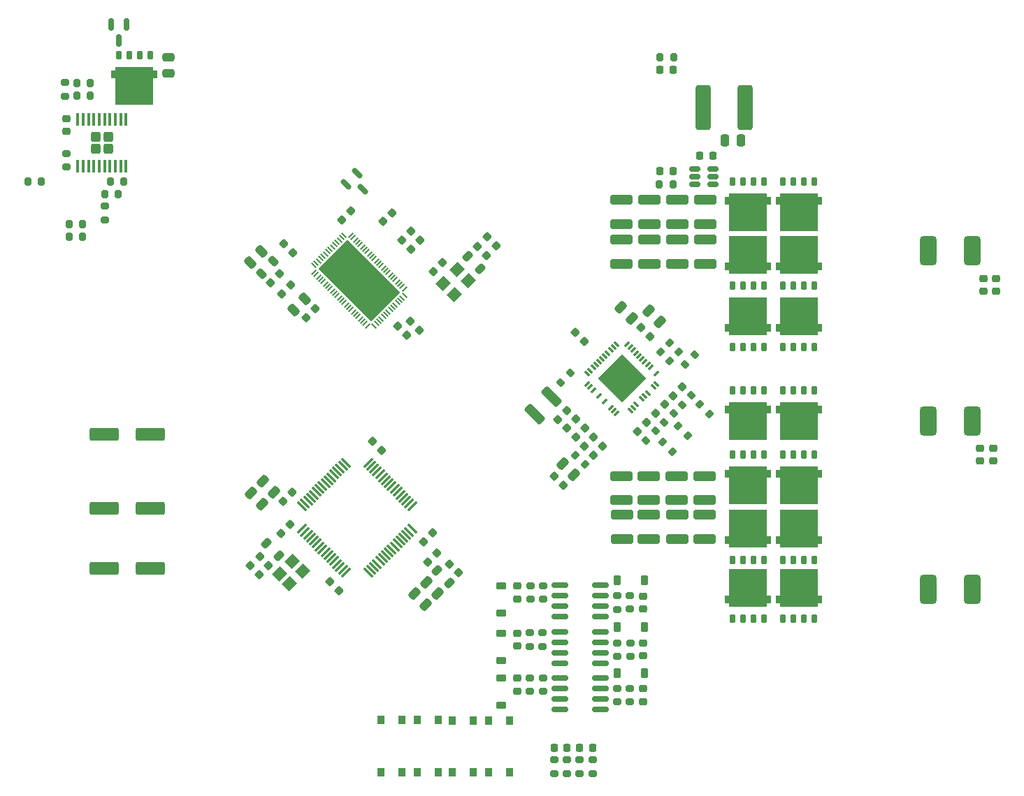
<source format=gbr>
%TF.GenerationSoftware,KiCad,Pcbnew,8.0.4*%
%TF.CreationDate,2024-10-18T00:11:30-06:00*%
%TF.ProjectId,Motor Controller,4d6f746f-7220-4436-9f6e-74726f6c6c65,Mk. 1*%
%TF.SameCoordinates,Original*%
%TF.FileFunction,Paste,Top*%
%TF.FilePolarity,Positive*%
%FSLAX46Y46*%
G04 Gerber Fmt 4.6, Leading zero omitted, Abs format (unit mm)*
G04 Created by KiCad (PCBNEW 8.0.4) date 2024-10-18 00:11:30*
%MOMM*%
%LPD*%
G01*
G04 APERTURE LIST*
G04 Aperture macros list*
%AMRoundRect*
0 Rectangle with rounded corners*
0 $1 Rounding radius*
0 $2 $3 $4 $5 $6 $7 $8 $9 X,Y pos of 4 corners*
0 Add a 4 corners polygon primitive as box body*
4,1,4,$2,$3,$4,$5,$6,$7,$8,$9,$2,$3,0*
0 Add four circle primitives for the rounded corners*
1,1,$1+$1,$2,$3*
1,1,$1+$1,$4,$5*
1,1,$1+$1,$6,$7*
1,1,$1+$1,$8,$9*
0 Add four rect primitives between the rounded corners*
20,1,$1+$1,$2,$3,$4,$5,0*
20,1,$1+$1,$4,$5,$6,$7,0*
20,1,$1+$1,$6,$7,$8,$9,0*
20,1,$1+$1,$8,$9,$2,$3,0*%
%AMRotRect*
0 Rectangle, with rotation*
0 The origin of the aperture is its center*
0 $1 length*
0 $2 width*
0 $3 Rotation angle, in degrees counterclockwise*
0 Add horizontal line*
21,1,$1,$2,0,0,$3*%
%AMFreePoly0*
4,1,14,-0.697500,2.280000,2.027500,2.280000,2.502500,2.280000,2.502500,-2.280000,-0.697500,-2.280000,-0.697500,-2.775000,-1.602500,-2.775000,-1.602500,-2.280000,-2.027500,-2.280000,-2.027500,2.280000,-1.602500,2.280000,-1.602500,2.775000,-0.697500,2.775000,-0.697500,2.280000,-0.697500,2.280000,$1*%
G04 Aperture macros list end*
%ADD10C,0.000000*%
%ADD11RoundRect,0.250000X0.650000X2.450000X-0.650000X2.450000X-0.650000X-2.450000X0.650000X-2.450000X0*%
%ADD12RoundRect,0.187500X-0.187500X0.312500X-0.187500X-0.312500X0.187500X-0.312500X0.187500X0.312500X0*%
%ADD13FreePoly0,270.000000*%
%ADD14RoundRect,0.225000X0.017678X-0.335876X0.335876X-0.017678X-0.017678X0.335876X-0.335876X0.017678X0*%
%ADD15RoundRect,0.225000X-0.375000X0.225000X-0.375000X-0.225000X0.375000X-0.225000X0.375000X0.225000X0*%
%ADD16RoundRect,0.225000X0.335876X0.017678X0.017678X0.335876X-0.335876X-0.017678X-0.017678X-0.335876X0*%
%ADD17RoundRect,0.200000X0.275000X-0.200000X0.275000X0.200000X-0.275000X0.200000X-0.275000X-0.200000X0*%
%ADD18RoundRect,0.150000X-0.521491X0.309359X0.309359X-0.521491X0.521491X-0.309359X-0.309359X0.521491X0*%
%ADD19RoundRect,0.200000X-0.335876X-0.053033X-0.053033X-0.335876X0.335876X0.053033X0.053033X0.335876X0*%
%ADD20RoundRect,0.187500X0.187500X-0.312500X0.187500X0.312500X-0.187500X0.312500X-0.187500X-0.312500X0*%
%ADD21FreePoly0,90.000000*%
%ADD22RoundRect,0.250000X-1.100000X0.325000X-1.100000X-0.325000X1.100000X-0.325000X1.100000X0.325000X0*%
%ADD23R,0.900000X1.100000*%
%ADD24RoundRect,0.200000X0.053033X-0.335876X0.335876X-0.053033X-0.053033X0.335876X-0.335876X0.053033X0*%
%ADD25RoundRect,0.200000X0.200000X0.275000X-0.200000X0.275000X-0.200000X-0.275000X0.200000X-0.275000X0*%
%ADD26RoundRect,0.200000X-0.275000X0.200000X-0.275000X-0.200000X0.275000X-0.200000X0.275000X0.200000X0*%
%ADD27RoundRect,0.200000X-0.200000X-0.275000X0.200000X-0.275000X0.200000X0.275000X-0.200000X0.275000X0*%
%ADD28RoundRect,0.225000X-0.225000X-0.250000X0.225000X-0.250000X0.225000X0.250000X-0.225000X0.250000X0*%
%ADD29RoundRect,0.225000X-0.017678X0.335876X-0.335876X0.017678X0.017678X-0.335876X0.335876X-0.017678X0*%
%ADD30RoundRect,0.218750X0.424264X0.114905X0.114905X0.424264X-0.424264X-0.114905X-0.114905X-0.424264X0*%
%ADD31RoundRect,0.250000X0.512652X0.159099X0.159099X0.512652X-0.512652X-0.159099X-0.159099X-0.512652X0*%
%ADD32RoundRect,0.250000X0.250000X0.475000X-0.250000X0.475000X-0.250000X-0.475000X0.250000X-0.475000X0*%
%ADD33RoundRect,0.250000X-0.345000X0.345000X-0.345000X-0.345000X0.345000X-0.345000X0.345000X0.345000X0*%
%ADD34RoundRect,0.100000X-0.100000X0.687500X-0.100000X-0.687500X0.100000X-0.687500X0.100000X0.687500X0*%
%ADD35RoundRect,0.225000X-0.250000X0.225000X-0.250000X-0.225000X0.250000X-0.225000X0.250000X0.225000X0*%
%ADD36RoundRect,0.150000X-0.512500X-0.150000X0.512500X-0.150000X0.512500X0.150000X-0.512500X0.150000X0*%
%ADD37RoundRect,0.150000X-0.150000X0.587500X-0.150000X-0.587500X0.150000X-0.587500X0.150000X0.587500X0*%
%ADD38RoundRect,0.225000X-0.335876X-0.017678X-0.017678X-0.335876X0.335876X0.017678X0.017678X0.335876X0*%
%ADD39RoundRect,0.225000X-0.225000X-0.375000X0.225000X-0.375000X0.225000X0.375000X-0.225000X0.375000X0*%
%ADD40RoundRect,0.250000X-0.159099X0.512652X-0.512652X0.159099X0.159099X-0.512652X0.512652X-0.159099X0*%
%ADD41RoundRect,0.250000X1.100000X-0.325000X1.100000X0.325000X-1.100000X0.325000X-1.100000X-0.325000X0*%
%ADD42RoundRect,0.200000X0.335876X0.053033X0.053033X0.335876X-0.335876X-0.053033X-0.053033X-0.335876X0*%
%ADD43RoundRect,0.250000X-0.548008X1.007627X-1.007627X0.548008X0.548008X-1.007627X1.007627X-0.548008X0*%
%ADD44RotRect,8.991600X5.003800X315.000000*%
%ADD45RotRect,0.204000X0.750000X315.000000*%
%ADD46RotRect,0.204000X0.750000X45.000000*%
%ADD47RoundRect,0.200000X-0.053033X0.335876X-0.335876X0.053033X0.053033X-0.335876X0.335876X-0.053033X0*%
%ADD48RoundRect,0.150000X0.825000X0.150000X-0.825000X0.150000X-0.825000X-0.150000X0.825000X-0.150000X0*%
%ADD49RoundRect,0.357142X-0.642858X-1.392858X0.642858X-1.392858X0.642858X1.392858X-0.642858X1.392858X0*%
%ADD50RotRect,0.254000X0.762000X315.000000*%
%ADD51RotRect,0.254000X0.762000X225.000000*%
%ADD52RotRect,4.089400X4.089400X225.000000*%
%ADD53RotRect,1.400000X1.200000X45.000000*%
%ADD54RoundRect,0.075000X0.441942X-0.548008X0.548008X-0.441942X-0.441942X0.548008X-0.548008X0.441942X0*%
%ADD55RoundRect,0.075000X-0.441942X-0.548008X0.548008X0.441942X0.441942X0.548008X-0.548008X-0.441942X0*%
%ADD56RoundRect,0.250000X-0.512652X-0.159099X-0.159099X-0.512652X0.512652X0.159099X0.159099X0.512652X0*%
%ADD57RotRect,1.400000X1.200000X225.000000*%
%ADD58RoundRect,0.218750X0.218750X0.256250X-0.218750X0.256250X-0.218750X-0.256250X0.218750X-0.256250X0*%
%ADD59RoundRect,0.218750X-0.424264X-0.114905X-0.114905X-0.424264X0.424264X0.114905X0.114905X0.424264X0*%
%ADD60RoundRect,0.250000X-0.475000X0.250000X-0.475000X-0.250000X0.475000X-0.250000X0.475000X0.250000X0*%
%ADD61RoundRect,0.218750X-0.114905X0.424264X-0.424264X0.114905X0.114905X-0.424264X0.424264X-0.114905X0*%
%ADD62RoundRect,0.250000X1.500000X0.550000X-1.500000X0.550000X-1.500000X-0.550000X1.500000X-0.550000X0*%
G04 APERTURE END LIST*
D10*
%TO.C,U2*%
G36*
X163368004Y-98310756D02*
G01*
X162545544Y-99133216D01*
X161723084Y-98310756D01*
X162545544Y-97488296D01*
X163368004Y-98310756D01*
G37*
G36*
X164331884Y-97346875D02*
G01*
X163509424Y-98169335D01*
X162686964Y-97346875D01*
X163509424Y-96524415D01*
X164331884Y-97346875D01*
G37*
G36*
X164331884Y-99274637D02*
G01*
X163509424Y-100097097D01*
X162686964Y-99274637D01*
X163509424Y-98452177D01*
X164331884Y-99274637D01*
G37*
G36*
X165295765Y-96382995D02*
G01*
X164473305Y-97205455D01*
X163650845Y-96382995D01*
X164473305Y-95560535D01*
X165295765Y-96382995D01*
G37*
G36*
X165295765Y-98310756D02*
G01*
X164473305Y-99133216D01*
X163650845Y-98310756D01*
X164473305Y-97488296D01*
X165295765Y-98310756D01*
G37*
G36*
X165295765Y-100238517D02*
G01*
X164473305Y-101060977D01*
X163650845Y-100238517D01*
X164473305Y-99416057D01*
X165295765Y-100238517D01*
G37*
G36*
X166259646Y-97346875D02*
G01*
X165437186Y-98169335D01*
X164614726Y-97346875D01*
X165437186Y-96524415D01*
X166259646Y-97346875D01*
G37*
G36*
X166259646Y-99274637D02*
G01*
X165437186Y-100097097D01*
X164614726Y-99274637D01*
X165437186Y-98452177D01*
X166259646Y-99274637D01*
G37*
G36*
X167223526Y-98310756D02*
G01*
X166401066Y-99133216D01*
X165578606Y-98310756D01*
X166401066Y-97488296D01*
X167223526Y-98310756D01*
G37*
%TD*%
D11*
%TO.C,C45*%
X179430000Y-65400000D03*
X174330000Y-65400000D03*
%TD*%
D12*
%TO.C,U38*%
X181661823Y-99682327D03*
X180391823Y-99682327D03*
X179121823Y-99682327D03*
X177851823Y-99682327D03*
D13*
X179756823Y-103174577D03*
%TD*%
D14*
%TO.C,C79*%
X168529524Y-102529951D03*
X169625540Y-101433935D03*
%TD*%
D15*
%TO.C,D19*%
X149850000Y-129197500D03*
X149850000Y-132497500D03*
%TD*%
D16*
%TO.C,C43*%
X143601992Y-120751992D03*
X144698008Y-121848008D03*
%TD*%
D17*
%TO.C,R97*%
X154900000Y-136222500D03*
X154900000Y-134572500D03*
%TD*%
D18*
%TO.C,U30*%
X133056587Y-75351456D03*
X131059010Y-74697382D03*
X132402513Y-73353879D03*
%TD*%
D19*
%TO.C,R44*%
X169389942Y-105966733D03*
X170556668Y-107133459D03*
%TD*%
D16*
%TO.C,C136*%
X120591386Y-122054630D03*
X119495370Y-120958614D03*
%TD*%
D20*
%TO.C,U17*%
X183995000Y-120247250D03*
X185265000Y-120247250D03*
X186535000Y-120247250D03*
X187805000Y-120247250D03*
D21*
X185900000Y-116755000D03*
%TD*%
D22*
%TO.C,C173*%
X164460000Y-114785000D03*
X164460000Y-117735000D03*
%TD*%
D23*
%TO.C,U47*%
X148300000Y-139725000D03*
X150840000Y-139725000D03*
X150840000Y-146025000D03*
X148300000Y-146025000D03*
%TD*%
D20*
%TO.C,U42*%
X183995000Y-94497250D03*
X185265000Y-94497250D03*
X186535000Y-94497250D03*
X187805000Y-94497250D03*
D21*
X185900000Y-91005000D03*
%TD*%
D24*
%TO.C,R86*%
X169572508Y-103643645D03*
X170739234Y-102476919D03*
%TD*%
D25*
%TO.C,R76*%
X92500000Y-74375000D03*
X94150000Y-74375000D03*
%TD*%
D26*
%TO.C,R50*%
X156275000Y-146180000D03*
X156275000Y-144530000D03*
%TD*%
D27*
%TO.C,R16*%
X97485000Y-81100000D03*
X99135000Y-81100000D03*
%TD*%
D17*
%TO.C,R56*%
X160925000Y-144525000D03*
X160925000Y-146175000D03*
%TD*%
D28*
%TO.C,C47*%
X173925000Y-71300000D03*
X175475000Y-71300000D03*
%TD*%
D22*
%TO.C,C196*%
X174560000Y-81425000D03*
X174560000Y-84375000D03*
%TD*%
D29*
%TO.C,C10*%
X126215329Y-90890128D03*
X127311345Y-89794112D03*
%TD*%
D12*
%TO.C,U36*%
X181661823Y-107507750D03*
X180391823Y-107507750D03*
X179121823Y-107507750D03*
X177851823Y-107507750D03*
D13*
X179756823Y-111000000D03*
%TD*%
D30*
%TO.C,FB2*%
X142060847Y-121558155D03*
X143563449Y-123060757D03*
%TD*%
D31*
%TO.C,C32*%
X158651705Y-109930597D03*
X157308203Y-108587095D03*
%TD*%
D32*
%TO.C,C46*%
X178850000Y-69400000D03*
X176950000Y-69400000D03*
%TD*%
D33*
%TO.C,U21*%
X102240000Y-68960000D03*
X100760000Y-68960000D03*
X102240000Y-70440000D03*
X100760000Y-70440000D03*
D34*
X104425000Y-66837500D03*
X103775000Y-66837500D03*
X103125000Y-66837500D03*
X102475000Y-66837500D03*
X101825000Y-66837500D03*
X101175000Y-66837500D03*
X100525000Y-66837500D03*
X99875000Y-66837500D03*
X99225000Y-66837500D03*
X98575000Y-66837500D03*
X98575000Y-72562500D03*
X99225000Y-72562500D03*
X99875000Y-72562500D03*
X100525000Y-72562500D03*
X101175000Y-72562500D03*
X101825000Y-72562500D03*
X102475000Y-72562500D03*
X103125000Y-72562500D03*
X103775000Y-72562500D03*
X104425000Y-72562500D03*
%TD*%
D16*
%TO.C,C36*%
X129140811Y-122944759D03*
X130236827Y-124040775D03*
%TD*%
D31*
%TO.C,C28*%
X169071751Y-91421751D03*
X167728249Y-90078249D03*
%TD*%
D35*
%TO.C,C147*%
X151800000Y-134622500D03*
X151800000Y-136172500D03*
%TD*%
%TO.C,C19*%
X167025000Y-130372500D03*
X167025000Y-131922500D03*
%TD*%
D14*
%TO.C,C13*%
X136645155Y-78162206D03*
X135549139Y-79258222D03*
%TD*%
D22*
%TO.C,C190*%
X171180000Y-81425000D03*
X171180000Y-84375000D03*
%TD*%
D28*
%TO.C,C97*%
X160900000Y-143050000D03*
X159350000Y-143050000D03*
%TD*%
D30*
%TO.C,FB7*%
X122915999Y-119783049D03*
X121413397Y-118280447D03*
%TD*%
D17*
%TO.C,R92*%
X153375000Y-125047500D03*
X153375000Y-123397500D03*
%TD*%
D36*
%TO.C,U5*%
X173262500Y-72850000D03*
X173262500Y-73800000D03*
X173262500Y-74750000D03*
X175537500Y-74750000D03*
X175537500Y-73800000D03*
X175537500Y-72850000D03*
%TD*%
D35*
%TO.C,C77*%
X167000000Y-124647500D03*
X167000000Y-126197500D03*
%TD*%
D16*
%TO.C,C137*%
X121698008Y-120948008D03*
X120601992Y-119851992D03*
%TD*%
D17*
%TO.C,R82*%
X165450000Y-126247500D03*
X165450000Y-124597500D03*
%TD*%
D37*
%TO.C,Q21*%
X104500000Y-55375000D03*
X102600000Y-55375000D03*
X103550000Y-57250000D03*
%TD*%
D17*
%TO.C,R52*%
X157825000Y-144530000D03*
X157825000Y-146180000D03*
%TD*%
%TO.C,R84*%
X165450000Y-137497500D03*
X165450000Y-135847500D03*
%TD*%
D38*
%TO.C,C14*%
X149292566Y-82184389D03*
X148196550Y-81088373D03*
%TD*%
D39*
%TO.C,D26*%
X163900000Y-122747500D03*
X167200000Y-122747500D03*
%TD*%
D16*
%TO.C,C27*%
X158888269Y-105408966D03*
X157792253Y-104312950D03*
%TD*%
D19*
%TO.C,R39*%
X169116637Y-95016637D03*
X170283363Y-96183363D03*
%TD*%
D35*
%TO.C,C81*%
X207850000Y-106725000D03*
X207850000Y-108275000D03*
%TD*%
D40*
%TO.C,C7*%
X124677372Y-89953210D03*
X126020874Y-88609708D03*
%TD*%
D27*
%TO.C,R10*%
X98459284Y-62434284D03*
X100109284Y-62434284D03*
%TD*%
D29*
%TO.C,C38*%
X123190811Y-117040775D03*
X124286827Y-115944759D03*
%TD*%
D41*
%TO.C,C174*%
X174470000Y-113035000D03*
X174470000Y-110085000D03*
%TD*%
D16*
%TO.C,C23*%
X159989429Y-104307806D03*
X158893413Y-103211790D03*
%TD*%
D41*
%TO.C,C177*%
X164450000Y-113035000D03*
X164450000Y-110085000D03*
%TD*%
D28*
%TO.C,C95*%
X157800000Y-143050000D03*
X156250000Y-143050000D03*
%TD*%
D16*
%TO.C,C31*%
X157405588Y-111240354D03*
X156309572Y-110144338D03*
%TD*%
D41*
%TO.C,C195*%
X174560000Y-79575000D03*
X174560000Y-76625000D03*
%TD*%
D17*
%TO.C,R18*%
X97200000Y-72625000D03*
X97200000Y-70975000D03*
%TD*%
D38*
%TO.C,C8*%
X138390574Y-93032397D03*
X137294558Y-91936381D03*
%TD*%
D12*
%TO.C,U44*%
X181661823Y-74382327D03*
X180391823Y-74382327D03*
X179121823Y-74382327D03*
X177851823Y-74382327D03*
D13*
X179756823Y-77874577D03*
%TD*%
D17*
%TO.C,R93*%
X154900000Y-125047500D03*
X154900000Y-123397500D03*
%TD*%
D22*
%TO.C,C180*%
X171151250Y-114788849D03*
X171151250Y-117738849D03*
%TD*%
D17*
%TO.C,R9*%
X165475000Y-131972500D03*
X165475000Y-130322500D03*
%TD*%
D39*
%TO.C,D17*%
X163875000Y-133972500D03*
X167175000Y-133972500D03*
%TD*%
D17*
%TO.C,R96*%
X153350000Y-136222500D03*
X153350000Y-134572500D03*
%TD*%
D20*
%TO.C,U34*%
X183995000Y-127392250D03*
X185265000Y-127392250D03*
X186535000Y-127392250D03*
X187805000Y-127392250D03*
D21*
X185900000Y-123900000D03*
%TD*%
D42*
%TO.C,R7*%
X159996817Y-108719835D03*
X158830091Y-107553109D03*
%TD*%
D23*
%TO.C,U46*%
X139650000Y-139700000D03*
X142190000Y-139700000D03*
X142190000Y-146000000D03*
X139650000Y-146000000D03*
%TD*%
D22*
%TO.C,C176*%
X164400000Y-81425000D03*
X164400000Y-84375000D03*
%TD*%
D25*
%TO.C,R19*%
X170675000Y-74750000D03*
X169025000Y-74750000D03*
%TD*%
D19*
%TO.C,R38*%
X171289942Y-104066733D03*
X172456668Y-105233459D03*
%TD*%
D29*
%TO.C,C25*%
X157810432Y-102128809D03*
X156714416Y-103224825D03*
%TD*%
D12*
%TO.C,U37*%
X187805000Y-99682327D03*
X186535000Y-99682327D03*
X185265000Y-99682327D03*
X183995000Y-99682327D03*
D13*
X185900000Y-103174577D03*
%TD*%
D14*
%TO.C,C35*%
X124536827Y-112044759D03*
X123440811Y-113140775D03*
%TD*%
D29*
%TO.C,C86*%
X167460671Y-103598804D03*
X166364655Y-104694820D03*
%TD*%
D23*
%TO.C,U48*%
X135300000Y-139700000D03*
X137840000Y-139700000D03*
X137840000Y-146000000D03*
X135300000Y-146000000D03*
%TD*%
D43*
%TO.C,C201*%
X155981266Y-100469348D03*
X153895300Y-102555314D03*
%TD*%
D44*
%TO.C,U1*%
X132650000Y-86400000D03*
D45*
X131643222Y-80901398D03*
X131926064Y-81184240D03*
X132208906Y-81467082D03*
X132491748Y-81749924D03*
X132774592Y-82032769D03*
X133057434Y-82315611D03*
X133340276Y-82598453D03*
X133623120Y-82881297D03*
X133905962Y-83164139D03*
X134188804Y-83446981D03*
X134471648Y-83729825D03*
X134754490Y-84012667D03*
X135037333Y-84295510D03*
X135320175Y-84578352D03*
X135603019Y-84861196D03*
X135885861Y-85144038D03*
X136168703Y-85426880D03*
X136451547Y-85709724D03*
X136734389Y-85992566D03*
X137017231Y-86275408D03*
X137300076Y-86558252D03*
X137582918Y-86841094D03*
X137865760Y-87123936D03*
X138148602Y-87406778D03*
D46*
X138144291Y-88217336D03*
X137861449Y-88500178D03*
X137578605Y-88783022D03*
X137295763Y-89065864D03*
X137012921Y-89348706D03*
X136730077Y-89631550D03*
X136447235Y-89914392D03*
X136164392Y-90197235D03*
X135881550Y-90480077D03*
X135598706Y-90762921D03*
X135315864Y-91045763D03*
X135033022Y-91328605D03*
X134750178Y-91611449D03*
X134467336Y-91894291D03*
D45*
X133656778Y-91898602D03*
X133373936Y-91615760D03*
X133091094Y-91332918D03*
X132808252Y-91050076D03*
X132525408Y-90767231D03*
X132242566Y-90484389D03*
X131959724Y-90201547D03*
X131676880Y-89918703D03*
X131394038Y-89635861D03*
X131111196Y-89353019D03*
X130828352Y-89070175D03*
X130545510Y-88787333D03*
X130262667Y-88504490D03*
X129979825Y-88221648D03*
X129696981Y-87938804D03*
X129414139Y-87655962D03*
X129131297Y-87373120D03*
X128848453Y-87090276D03*
X128565611Y-86807434D03*
X128282769Y-86524592D03*
X127999924Y-86241748D03*
X127717082Y-85958906D03*
X127434240Y-85676064D03*
X127151398Y-85393222D03*
D46*
X127155709Y-84582664D03*
X127438551Y-84299822D03*
X127721395Y-84016978D03*
X128004237Y-83734136D03*
X128287079Y-83451294D03*
X128569923Y-83168450D03*
X128852765Y-82885608D03*
X129135608Y-82602765D03*
X129418450Y-82319923D03*
X129701294Y-82037079D03*
X129984136Y-81754237D03*
X130266978Y-81471395D03*
X130549822Y-81188551D03*
X130832664Y-80905709D03*
%TD*%
D47*
%TO.C,R87*%
X168574365Y-104641787D03*
X167407639Y-105808513D03*
%TD*%
D38*
%TO.C,C20*%
X148072807Y-83368793D03*
X146976791Y-82272777D03*
%TD*%
D20*
%TO.C,U22*%
X177851823Y-127392250D03*
X179121823Y-127392250D03*
X180391823Y-127392250D03*
X181661823Y-127392250D03*
D21*
X179756823Y-123900000D03*
%TD*%
D15*
%TO.C,D27*%
X149850000Y-123447500D03*
X149850000Y-126747500D03*
%TD*%
D48*
%TO.C,U25*%
X161875000Y-127177500D03*
X161875000Y-125907500D03*
X161875000Y-124637500D03*
X161875000Y-123367500D03*
X156925000Y-123367500D03*
X156925000Y-124637500D03*
X156925000Y-125907500D03*
X156925000Y-127177500D03*
%TD*%
D17*
%TO.C,R12*%
X97000000Y-64037500D03*
X97000000Y-62387500D03*
%TD*%
D26*
%TO.C,R21*%
X101850000Y-77387500D03*
X101850000Y-79037500D03*
%TD*%
D35*
%TO.C,C74*%
X208270000Y-86175000D03*
X208270000Y-87725000D03*
%TD*%
D22*
%TO.C,C175*%
X167790000Y-81425000D03*
X167790000Y-84375000D03*
%TD*%
%TO.C,C179*%
X174484584Y-114788849D03*
X174484584Y-117738849D03*
%TD*%
D49*
%TO.C,R42*%
X201550000Y-103425336D03*
X206950000Y-103425336D03*
%TD*%
D20*
%TO.C,U39*%
X177851823Y-87017673D03*
X179121823Y-87017673D03*
X180391823Y-87017673D03*
X181661823Y-87017673D03*
D21*
X179756823Y-83525423D03*
%TD*%
D40*
%TO.C,C12*%
X119480137Y-84190290D03*
X120823639Y-82846788D03*
%TD*%
D48*
%TO.C,U26*%
X161875000Y-138402500D03*
X161875000Y-137132500D03*
X161875000Y-135862500D03*
X161875000Y-134592500D03*
X156925000Y-134592500D03*
X156925000Y-135862500D03*
X156925000Y-137132500D03*
X156925000Y-138402500D03*
%TD*%
D25*
%TO.C,R22*%
X104135000Y-74412500D03*
X102485000Y-74412500D03*
%TD*%
D41*
%TO.C,C73*%
X171180000Y-79575000D03*
X171180000Y-76625000D03*
%TD*%
D50*
%TO.C,U2*%
X168664044Y-97655551D03*
X167956937Y-96948444D03*
X167603385Y-96594891D03*
X167249830Y-96241337D03*
X166896277Y-95887784D03*
X166542724Y-95534231D03*
X166189170Y-95180676D03*
X165835617Y-94827124D03*
X165482063Y-94473570D03*
X165128510Y-94120017D03*
D51*
X163818100Y-94120017D03*
X163464547Y-94473570D03*
X163110993Y-94827124D03*
X162757440Y-95180676D03*
X162403886Y-95534231D03*
X162050333Y-95887784D03*
X161696780Y-96241337D03*
X161343225Y-96594891D03*
X160989673Y-96948444D03*
X160636119Y-97301998D03*
X160282566Y-97655551D03*
D50*
X160282566Y-98965961D03*
X160636119Y-99319514D03*
X160989673Y-99673068D03*
X161696780Y-100380175D03*
X162403886Y-101087281D03*
X163110993Y-101794388D03*
X163464547Y-102147942D03*
X163818100Y-102501495D03*
D51*
X165482063Y-102147942D03*
X165835617Y-101794388D03*
X166189170Y-101440836D03*
X166896277Y-100733728D03*
X167249830Y-100380175D03*
X167603385Y-100026621D03*
X168310491Y-99319514D03*
X168664044Y-98965961D03*
D52*
X164473305Y-98310756D03*
%TD*%
D38*
%TO.C,C4*%
X139965574Y-92457397D03*
X138869558Y-91361381D03*
%TD*%
D53*
%TO.C,X3*%
X123021142Y-121976777D03*
X124576777Y-120421142D03*
X125778858Y-121623223D03*
X124223223Y-123178858D03*
%TD*%
D38*
%TO.C,C29*%
X159966607Y-106487303D03*
X161062623Y-107583319D03*
%TD*%
D41*
%TO.C,C182*%
X164410000Y-79575000D03*
X164410000Y-76625000D03*
%TD*%
D14*
%TO.C,C42*%
X142048008Y-119451992D03*
X140951992Y-120548008D03*
%TD*%
D54*
%TO.C,U3*%
X125735519Y-113788819D03*
X126089072Y-113435266D03*
X126442625Y-113081713D03*
X126796179Y-112728159D03*
X127149732Y-112374606D03*
X127503286Y-112021052D03*
X127856839Y-111667499D03*
X128210392Y-111313946D03*
X128563946Y-110960392D03*
X128917499Y-110606839D03*
X129271052Y-110253286D03*
X129624606Y-109899732D03*
X129978159Y-109546179D03*
X130331713Y-109192625D03*
X130685266Y-108839072D03*
X131038819Y-108485519D03*
D55*
X133761181Y-108485519D03*
X134114734Y-108839072D03*
X134468287Y-109192625D03*
X134821841Y-109546179D03*
X135175394Y-109899732D03*
X135528948Y-110253286D03*
X135882501Y-110606839D03*
X136236054Y-110960392D03*
X136589608Y-111313946D03*
X136943161Y-111667499D03*
X137296714Y-112021052D03*
X137650268Y-112374606D03*
X138003821Y-112728159D03*
X138357375Y-113081713D03*
X138710928Y-113435266D03*
X139064481Y-113788819D03*
D54*
X139064481Y-116511181D03*
X138710928Y-116864734D03*
X138357375Y-117218287D03*
X138003821Y-117571841D03*
X137650268Y-117925394D03*
X137296714Y-118278948D03*
X136943161Y-118632501D03*
X136589608Y-118986054D03*
X136236054Y-119339608D03*
X135882501Y-119693161D03*
X135528948Y-120046714D03*
X135175394Y-120400268D03*
X134821841Y-120753821D03*
X134468287Y-121107375D03*
X134114734Y-121460928D03*
X133761181Y-121814481D03*
D55*
X131038819Y-121814481D03*
X130685266Y-121460928D03*
X130331713Y-121107375D03*
X129978159Y-120753821D03*
X129624606Y-120400268D03*
X129271052Y-120046714D03*
X128917499Y-119693161D03*
X128563946Y-119339608D03*
X128210392Y-118986054D03*
X127856839Y-118632501D03*
X127503286Y-118278948D03*
X127149732Y-117925394D03*
X126796179Y-117571841D03*
X126442625Y-117218287D03*
X126089072Y-116864734D03*
X125735519Y-116511181D03*
%TD*%
D56*
%TO.C,C41*%
X140721751Y-125721751D03*
X139378249Y-124378249D03*
%TD*%
D19*
%TO.C,R45*%
X173916637Y-101416637D03*
X175083363Y-102583363D03*
%TD*%
D49*
%TO.C,R48*%
X201550000Y-123880000D03*
X206950000Y-123880000D03*
%TD*%
D16*
%TO.C,C22*%
X159889429Y-93807806D03*
X158793413Y-92711790D03*
%TD*%
D14*
%TO.C,C5*%
X138943251Y-80424947D03*
X137847235Y-81520963D03*
%TD*%
D38*
%TO.C,C26*%
X161067767Y-105386143D03*
X162163783Y-106482159D03*
%TD*%
D17*
%TO.C,R94*%
X153350000Y-130772500D03*
X153350000Y-129122500D03*
%TD*%
D41*
%TO.C,C198*%
X167800000Y-79575000D03*
X167800000Y-76625000D03*
%TD*%
D56*
%TO.C,C40*%
X142135964Y-124307537D03*
X140792462Y-122964035D03*
%TD*%
D14*
%TO.C,C9*%
X142761628Y-84243323D03*
X141665612Y-85339339D03*
%TD*%
D20*
%TO.C,U40*%
X183995000Y-87017673D03*
X185265000Y-87017673D03*
X186535000Y-87017673D03*
X187805000Y-87017673D03*
D21*
X185900000Y-83525423D03*
%TD*%
D14*
%TO.C,C15*%
X123019206Y-85600968D03*
X121923190Y-86696984D03*
%TD*%
D25*
%TO.C,R17*%
X99135000Y-79562500D03*
X97485000Y-79562500D03*
%TD*%
D31*
%TO.C,C24*%
X165700000Y-90950000D03*
X164356498Y-89606498D03*
%TD*%
D35*
%TO.C,C76*%
X209800000Y-86175000D03*
X209800000Y-87725000D03*
%TD*%
D26*
%TO.C,R54*%
X159375000Y-146180000D03*
X159375000Y-144530000D03*
%TD*%
D31*
%TO.C,C34*%
X120967068Y-110721016D03*
X122310570Y-112064518D03*
%TD*%
D35*
%TO.C,C83*%
X209450000Y-106725000D03*
X209450000Y-108275000D03*
%TD*%
D38*
%TO.C,C202*%
X166751992Y-92051992D03*
X167848008Y-93148008D03*
%TD*%
D19*
%TO.C,R33*%
X170216637Y-93916637D03*
X171383363Y-95083363D03*
%TD*%
D31*
%TO.C,C33*%
X119517499Y-112170585D03*
X120861001Y-113514087D03*
%TD*%
D20*
%TO.C,U6*%
X177851823Y-120247250D03*
X179121823Y-120247250D03*
X180391823Y-120247250D03*
X181661823Y-120247250D03*
D21*
X179756823Y-116755000D03*
%TD*%
D57*
%TO.C,X1*%
X145856870Y-86420264D03*
X144159813Y-88117321D03*
X142816310Y-86773818D03*
X144513367Y-85076761D03*
%TD*%
D20*
%TO.C,U41*%
X177851823Y-94497250D03*
X179121823Y-94497250D03*
X180391823Y-94497250D03*
X181661823Y-94497250D03*
D21*
X179756823Y-91005000D03*
%TD*%
D58*
%TO.C,D20*%
X170687500Y-60860000D03*
X169112500Y-60860000D03*
%TD*%
%TO.C,D6*%
X170637500Y-73150000D03*
X169062500Y-73150000D03*
%TD*%
D59*
%TO.C,FB1*%
X147286151Y-84986300D03*
X145783549Y-83483698D03*
%TD*%
D35*
%TO.C,C146*%
X151825000Y-129172500D03*
X151825000Y-130722500D03*
%TD*%
D49*
%TO.C,R36*%
X201550000Y-82800000D03*
X206950000Y-82800000D03*
%TD*%
D41*
%TO.C,C191*%
X171140000Y-113035000D03*
X171140000Y-110085000D03*
%TD*%
D17*
%TO.C,R81*%
X163925000Y-131972500D03*
X163925000Y-130322500D03*
%TD*%
D12*
%TO.C,U43*%
X187805000Y-74382327D03*
X186535000Y-74382327D03*
X185265000Y-74382327D03*
X183995000Y-74382327D03*
D13*
X185900000Y-77874577D03*
%TD*%
D39*
%TO.C,D18*%
X163900000Y-128447500D03*
X167200000Y-128447500D03*
%TD*%
D16*
%TO.C,C6*%
X123492967Y-81909871D03*
X124588983Y-83005887D03*
%TD*%
D25*
%TO.C,R112*%
X170725000Y-59310000D03*
X169075000Y-59310000D03*
%TD*%
D14*
%TO.C,C139*%
X131660051Y-77950073D03*
X130564035Y-79046089D03*
%TD*%
D60*
%TO.C,C44*%
X109560000Y-59362500D03*
X109560000Y-61262500D03*
%TD*%
D41*
%TO.C,C178*%
X167750000Y-113035000D03*
X167750000Y-110085000D03*
%TD*%
D15*
%TO.C,D32*%
X149875000Y-134622500D03*
X149875000Y-137922500D03*
%TD*%
D12*
%TO.C,U45*%
X107311823Y-59044827D03*
X106041823Y-59044827D03*
X104771823Y-59044827D03*
X103501823Y-59044827D03*
D13*
X105406823Y-62537077D03*
%TD*%
D24*
%TO.C,R32*%
X172116637Y-96583363D03*
X173283363Y-95416637D03*
%TD*%
D29*
%TO.C,C3*%
X123298513Y-88008667D03*
X124394529Y-86912651D03*
%TD*%
D25*
%TO.C,R20*%
X103475000Y-75900000D03*
X101825000Y-75900000D03*
%TD*%
D12*
%TO.C,U35*%
X187805000Y-107507750D03*
X186535000Y-107507750D03*
X185265000Y-107507750D03*
X183995000Y-107507750D03*
D13*
X185900000Y-111000000D03*
%TD*%
D35*
%TO.C,C84*%
X167000000Y-135897500D03*
X167000000Y-137447500D03*
%TD*%
%TO.C,C145*%
X151825000Y-123447500D03*
X151825000Y-124997500D03*
%TD*%
D17*
%TO.C,R83*%
X163900000Y-126257500D03*
X163900000Y-124607500D03*
%TD*%
%TO.C,R95*%
X154875000Y-130772500D03*
X154875000Y-129122500D03*
%TD*%
D35*
%TO.C,C50*%
X97200000Y-66775000D03*
X97200000Y-68325000D03*
%TD*%
D38*
%TO.C,C39*%
X135386827Y-106990775D03*
X134290811Y-105894759D03*
%TD*%
D24*
%TO.C,R6*%
X157058058Y-98743161D03*
X158224784Y-97576435D03*
%TD*%
D14*
%TO.C,C72*%
X170694392Y-100365083D03*
X171790408Y-99269067D03*
%TD*%
D25*
%TO.C,R11*%
X100109284Y-63980000D03*
X98459284Y-63980000D03*
%TD*%
D24*
%TO.C,R70*%
X171737376Y-101478776D03*
X172904102Y-100312050D03*
%TD*%
D29*
%TO.C,C37*%
X140440811Y-118040775D03*
X141536827Y-116944759D03*
%TD*%
D48*
%TO.C,U24*%
X161875000Y-132855000D03*
X161875000Y-131585000D03*
X161875000Y-130315000D03*
X161875000Y-129045000D03*
X156925000Y-129045000D03*
X156925000Y-130315000D03*
X156925000Y-131585000D03*
X156925000Y-132855000D03*
%TD*%
D61*
%TO.C,FB5*%
X120779445Y-85577988D03*
X122282047Y-84075386D03*
%TD*%
D22*
%TO.C,C181*%
X167750000Y-114785000D03*
X167750000Y-117735000D03*
%TD*%
D14*
%TO.C,C11*%
X140003911Y-81485607D03*
X138907895Y-82581623D03*
%TD*%
D17*
%TO.C,R85*%
X163900000Y-137497500D03*
X163900000Y-135847500D03*
%TD*%
D62*
%TO.C,C121*%
X101725000Y-121275000D03*
X107325000Y-121275000D03*
%TD*%
%TO.C,C115*%
X101725000Y-114025000D03*
X107325000Y-114025000D03*
%TD*%
D23*
%TO.C,U10*%
X146490000Y-146050000D03*
X143950000Y-146050000D03*
X143950000Y-139750000D03*
X146490000Y-139750000D03*
%TD*%
D62*
%TO.C,C113*%
X101725000Y-105075000D03*
X107325000Y-105075000D03*
%TD*%
M02*

</source>
